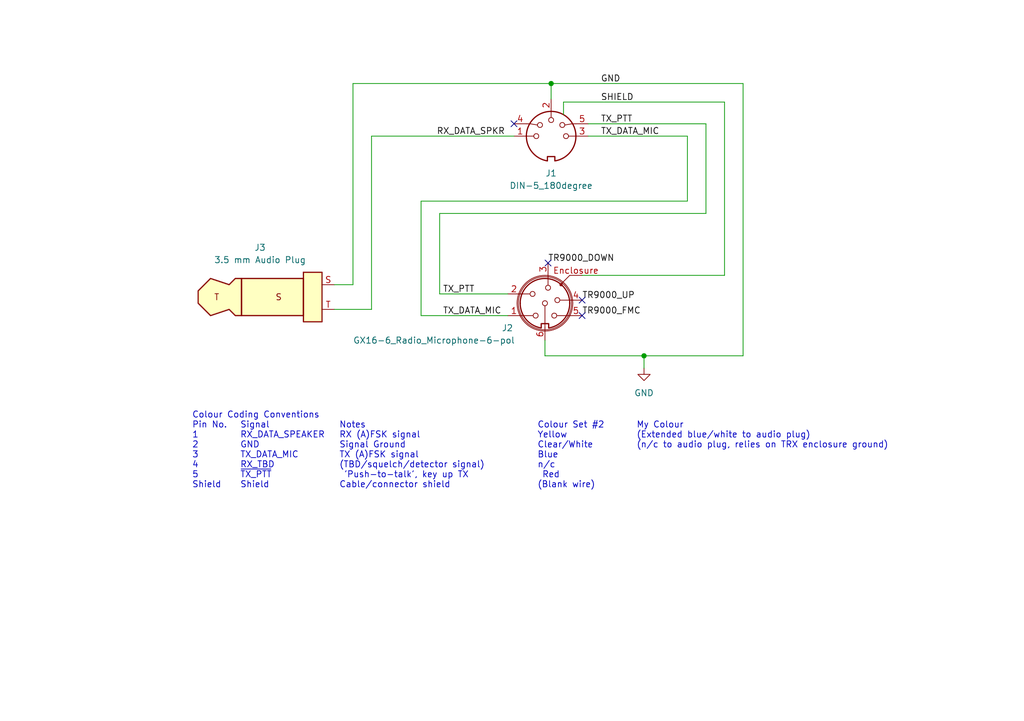
<source format=kicad_sch>
(kicad_sch (version 20211123) (generator eeschema)
  (paper "A5")
  (title_block (title "Adaptor DL5BCT-DIN-Standard <--> TRX MIC 6-pol") (date "2023-01-07") (rev "1.0") (company "Peter Cornelius DL5BCT / peter cornelius consulting") (comment 1 "Adaptor from/to DL5BCT DIN Standard to 6-pol TRX mike connector") (comment 2 "Kenwood Trio TR-9000"))
  (lib_symbols
    (symbol "Connector:AudioPlug2"
      (property "Reference" "J" (at 10.16 6.35 0))
      (property "Value" "AudioPlug2" (at 10.16 -6.35 0))
      (symbol "AudioPlug2_0_0"
        (text "S" (at 3.81 0 0) (effects (font (size 1.27 1.27))))
        (text "T" (at -8.89 0 0) (effects (font (size 1.27 1.27))))
      )
      (symbol "AudioPlug2_0_1"
        (rectangle (start -3.81 3.81) (end 8.89 -3.81) (stroke (width 0.254)) (fill (type background)))
        (polyline (pts (xy -3.81 3.81) (xy -5.08 3.81) (xy -6.35 2.54) (xy -10.16 3.81) (xy -12.7 1.27) (xy -12.7 -1.27) (xy -10.16 -3.81) (xy -6.35 -2.54) (xy -5.08 -3.81) (xy -3.81 -3.81) (xy -3.81 3.81)) (stroke (width 0.254)) (fill (type background)))
        (rectangle (start 12.7 5.08) (end 8.89 -5.08) (stroke (width 0.254)) (fill (type background)))
      )
      (symbol "AudioPlug2_1_1"
        (pin passive line (at 15.24 2.54 180) (length 2.54) (name "~") (number "S"))
        (pin passive line (at 15.24 -2.54 180) (length 2.54) (name "~") (number "T"))
      )
    )
    (symbol "Connector:DIN-5_180degree" (pin_names (offset 1.016))
      (property "Reference" "J" (at 3.175 5.715 0))
      (property "Value" "DIN-5_180degree" (at 0 -6.35 0))
      (symbol "DIN-5_180degree_0_1"
        (arc (start -5.08 0) (mid -3.8609 -3.3364) (end -0.762 -5.08) (stroke (width 0.254)))
        (circle (center -3.048 0) (radius 0.508))
        (circle (center -2.286 2.286) (radius 0.508))
        (polyline (pts (xy -5.08 0) (xy -3.556 0)))
        (polyline (pts (xy 0 5.08) (xy 0 3.81)))
        (polyline (pts (xy 5.08 0) (xy 3.556 0)))
        (polyline (pts (xy -5.08 2.54) (xy -4.318 2.54) (xy -2.794 2.286)))
        (polyline (pts (xy 5.08 2.54) (xy 4.318 2.54) (xy 2.794 2.286)))
        (polyline (pts (xy -0.762 -4.953) (xy -0.762 -4.191) (xy 0.762 -4.191) (xy 0.762 -4.953)) (stroke (width 0.254)))
        (circle (center 0 3.302) (radius 0.508))
        (arc (start 0.762 -5.08) (mid 3.8685 -3.343) (end 5.08 0) (stroke (width 0.254)))
        (circle (center 2.286 2.286) (radius 0.508))
        (circle (center 3.048 0) (radius 0.508))
        (arc (start 5.08 0) (mid 0 5.08) (end -5.08 0) (stroke (width 0.254)))
      )
      (symbol "DIN-5_180degree_1_1"
        (pin passive line (at -7.62 0 0) (length 2.54) (name "~") (number "1"))
        (pin passive line (at 0 7.62 270) (length 2.54) (name "~") (number "2"))
        (pin passive line (at 7.62 0 180) (length 2.54) (name "~") (number "3"))
        (pin passive line (at -7.62 2.54 0) (length 2.54) (name "~") (number "4"))
        (pin passive line (at 7.62 2.54 180) (length 2.54) (name "~") (number "5"))
      )
    )
    (symbol "GX16-6_Radio_Microphone-6-pol_1" (pin_names (offset 1.016))
      (property "Reference" "J" (at 3.175 -6.35 0))
      (property "Value" "GX16-6_Radio_Microphone-6-pol_1" (at 2.54 -8.89 0))
      (symbol "GX16-6_Radio_Microphone-6-pol_1_0_1"
        (arc (start -5.08 0) (mid -3.8609 -3.3364) (end -0.762 -5.08) (stroke (width 0.254)))
        (circle (center -2.54 1.905) (radius 0.508))
        (circle (center -1.905 -2.54) (radius 0.508))
        (polyline (pts (xy -5.08 1.905) (xy -3.175 1.905)))
        (polyline (pts (xy 0 -0.508) (xy 0 -5.08)))
        (polyline (pts (xy 0.635 5.715) (xy 0.635 3.81)))
        (polyline (pts (xy 3.175 3.81) (xy 5.08 5.715)))
        (polyline (pts (xy 5.08 0.635) (xy 3.175 0.635)))
        (polyline (pts (xy -5.08 -2.54) (xy -2.54 -2.54) (xy -4.318 -2.54)))
        (polyline (pts (xy 5.08 -2.54) (xy 4.318 -2.54) (xy 2.54 -2.54)))
        (polyline (pts (xy -0.762 -4.953) (xy -0.762 -4.191) (xy 0.762 -4.191) (xy 0.762 -4.953)) (stroke (width 0.254)))
        (circle (center 0 0) (radius 0.508))
        (circle (center 0 0) (radius 5.4625))
        (circle (center 0 0) (radius 5.715))
        (circle (center 0.635 3.175) (radius 0.508))
        (arc (start 0.762 -5.08) (mid 3.8685 -3.343) (end 5.08 0) (stroke (width 0.254)))
        (circle (center 1.905 -2.54) (radius 0.508))
        (circle (center 2.54 0.635) (radius 0.508))
        (circle (center 3.302 3.81) (radius 0.254) (fill (type outline)))
        (arc (start 5.08 0) (mid 0 5.08) (end -5.08 0) (stroke (width 0.254)))
      )
      (symbol "GX16-6_Radio_Microphone-6-pol_1_1_1"
        (pin passive line (at -7.62 -2.54 0) (length 2.54) (name "~") (number "1"))
        (pin passive line (at -7.62 1.905 0) (length 2.54) (name "~") (number "2"))
        (pin passive line (at 0.635 8.255 270) (length 2.54) (name "~") (number "3"))
        (pin passive line (at 7.62 0.635 180) (length 2.54) (name "~") (number "4"))
        (pin passive line (at 7.62 -2.54 180) (length 2.54) (name "~") (number "5"))
        (pin passive line (at 0 -7.62 90) (length 2.54) (name "~") (number "6"))
        (pin passive line (at 7.62 5.715 180) (length 2.54) (name "") (number "Enclosure"))
      )
    )
    (symbol "power:GND" (power) (pin_names (offset 0))
      (property "Value" "GND" (at 0 -3.81 0))
      (symbol "GND_0_1"
        (polyline (pts (xy 0 0) (xy 0 -1.27) (xy 1.27 -1.27) (xy 0 -2.54) (xy -1.27 -1.27) (xy 0 -1.27)))
      )
      (symbol "GND_1_1"
        (pin power_in line (at 0 0 270) (length 0) hide (name "GND") (number "1"))
      )
    )
  )
  (junction (at 132.08 73.025))
  (junction (at 113.03 17.145))
  (no_connect (at 105.41 25.4))
  (no_connect (at 112.395 53.975))
  (no_connect (at 119.38 64.77))
  (no_connect (at 119.38 61.595))
  (wire (pts (xy 76.2 27.94) (xy 76.2 63.5)))
  (wire (pts (xy 111.76 73.025) (xy 111.76 69.85)))
  (wire (pts (xy 115.57 20.955) (xy 148.59 20.955)))
  (wire (pts (xy 152.4 73.025) (xy 152.4 17.145)))
  (wire (pts (xy 115.57 20.955) (xy 115.57 23.495)))
  (wire (pts (xy 140.97 27.94) (xy 140.97 41.275)))
  (wire (pts (xy 120.65 25.4) (xy 144.78 25.4)))
  (wire (pts (xy 144.78 43.815) (xy 90.17 43.815)))
  (wire (pts (xy 86.36 41.275) (xy 86.36 64.77)))
  (wire (pts (xy 140.97 27.94) (xy 120.65 27.94)))
  (wire (pts (xy 72.39 58.42) (xy 68.58 58.42)))
  (wire (pts (xy 113.03 17.145) (xy 113.03 20.32)))
  (wire (pts (xy 72.39 17.145) (xy 113.03 17.145)))
  (wire (pts (xy 68.58 63.5) (xy 76.2 63.5)))
  (wire (pts (xy 148.59 56.515) (xy 148.59 20.955)))
  (wire (pts (xy 119.38 56.515) (xy 148.59 56.515)))
  (wire (pts (xy 111.76 73.025) (xy 132.08 73.025)))
  (wire (pts (xy 132.08 73.025) (xy 152.4 73.025)))
  (wire (pts (xy 86.36 64.77) (xy 104.14 64.77)))
  (wire (pts (xy 76.2 27.94) (xy 105.41 27.94)))
  (wire (pts (xy 72.39 58.42) (xy 72.39 17.145)))
  (wire (pts (xy 90.17 60.325) (xy 104.14 60.325)))
  (wire (pts (xy 140.97 41.275) (xy 86.36 41.275)))
  (wire (pts (xy 90.17 43.815) (xy 90.17 60.325)))
  (wire (pts (xy 152.4 17.145) (xy 113.03 17.145)))
  (wire (pts (xy 144.78 25.4) (xy 144.78 43.815)))
  (wire (pts (xy 132.08 73.025) (xy 132.08 75.565)))
  (text "Colour Coding Conventions\nPin No.	Signal			Notes							Colour Set #2	My Colour\n1		RX_DATA_SPEAKER	RX (A)FSK signal				Yellow			(Extended blue/white to audio plug)\n2		GND				Signal Ground					Clear/White		(n/c to audio plug, relies on TRX enclosure ground)\n3		TX_DATA_MIC		TX (A)FSK signal				Blue\n4		RX_TBD			(TBD/squelch/detector signal)	n/c\n5		~{TX_PTT}			'Push-to-talk', key up TX		Red\nShield	Shield			Cable/connector shield			(Blank wire)" (at 39.37 100.33 0) (effects (font (size 1.27 1.27)) (justify left bottom)))
  (label "TX_PTT" (at 123.19 25.4 0))
  (label "TR9000_FMC" (at 119.38 64.77 0))
  (label "TX_PTT" (at 90.805 60.325 0))
  (label "SHIELD" (at 123.19 20.955 0))
  (label "GND" (at 123.19 17.145 0))
  (label "TX_DATA_MIC" (at 90.805 64.77 0))
  (label "TR9000_DOWN" (at 112.395 53.975 0))
  (label "RX_DATA_SPKR" (at 89.535 27.94 0))
  (label "TR9000_UP" (at 119.38 61.595 0))
  (label "TX_DATA_MIC" (at 123.19 27.94 0))
  (symbol (lib_name "GX16-6_Radio_Microphone-6-pol_1") (lib_id "DL5BCT-DIN-Standard:GX16-6_Radio_Microphone-6-pol") (at 111.76 62.23 0) (unit 1)
    (property "Reference" "J2" (at 102.87 67.31 0) (effects (justify left)))
    (property "Value" "GX16-6_Radio_Microphone-6-pol" (at 72.39 69.85 0) (effects (justify left)))
    (property "Datasheet" "https://www.renhotecpro.com/wp-content/uploads/2017/04/GX-Series-Aviation-Connectors-Presentation.pdf" (effects hide))
    (property "Datasheet2" "https://shop.technofix.uk/6-pin-microphone-connector-locking-chassis-panel-socket-gx16-6" (effects hide))
  )
  (symbol (lib_id "Connector:DIN-5_180degree") (at 113.03 27.94 0) (unit 1)
    (property "Reference" "J1" (at 113.0301 35.56 0))
    (property "Value" "DIN-5_180degree" (at 113.0301 38.1 0))
    (property "Datasheet" "http://www.mouser.com/ds/2/18/40_c091_abd_e-75918.pdf" (effects hide))
  )
  (symbol (lib_id "power:GND") (at 132.08 75.565 0) (unit 1)
    (property "Reference" "#PWR01" (effects hide))
    (property "Value" "GND" (at 132.08 80.645 0))
  )
  (symbol (lib_id "Connector:AudioPlug2") (at 53.34 60.96 0) (unit 1)
    (property "Reference" "J3" (at 53.34 50.8 0))
    (property "Value" "3.5 mm Audio Plug" (at 53.34 53.34 0))
  )
)
</source>
